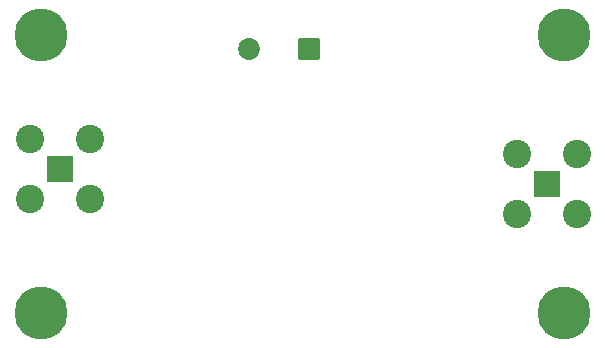
<source format=gbr>
%TF.GenerationSoftware,KiCad,Pcbnew,7.0.5*%
%TF.CreationDate,2023-11-04T20:08:50-04:00*%
%TF.ProjectId,LNA,4c4e412e-6b69-4636-9164-5f7063625858,rev?*%
%TF.SameCoordinates,Original*%
%TF.FileFunction,Soldermask,Bot*%
%TF.FilePolarity,Negative*%
%FSLAX46Y46*%
G04 Gerber Fmt 4.6, Leading zero omitted, Abs format (unit mm)*
G04 Created by KiCad (PCBNEW 7.0.5) date 2023-11-04 20:08:50*
%MOMM*%
%LPD*%
G01*
G04 APERTURE LIST*
G04 Aperture macros list*
%AMRoundRect*
0 Rectangle with rounded corners*
0 $1 Rounding radius*
0 $2 $3 $4 $5 $6 $7 $8 $9 X,Y pos of 4 corners*
0 Add a 4 corners polygon primitive as box body*
4,1,4,$2,$3,$4,$5,$6,$7,$8,$9,$2,$3,0*
0 Add four circle primitives for the rounded corners*
1,1,$1+$1,$2,$3*
1,1,$1+$1,$4,$5*
1,1,$1+$1,$6,$7*
1,1,$1+$1,$8,$9*
0 Add four rect primitives between the rounded corners*
20,1,$1+$1,$2,$3,$4,$5,0*
20,1,$1+$1,$4,$5,$6,$7,0*
20,1,$1+$1,$6,$7,$8,$9,0*
20,1,$1+$1,$8,$9,$2,$3,0*%
G04 Aperture macros list end*
%ADD10R,2.250000X2.250000*%
%ADD11C,2.400000*%
%ADD12C,4.500000*%
%ADD13RoundRect,0.102000X-0.825000X-0.825000X0.825000X-0.825000X0.825000X0.825000X-0.825000X0.825000X0*%
%ADD14C,1.854000*%
G04 APERTURE END LIST*
D10*
%TO.C,J2*%
X151355000Y-118710000D03*
D11*
X153895000Y-121250000D03*
X153895000Y-116170000D03*
X148815000Y-116170000D03*
X148815000Y-121250000D03*
%TD*%
D12*
%TO.C,*%
X149770000Y-130930000D03*
%TD*%
D13*
%TO.C,J1*%
X172420000Y-108600000D03*
D14*
X167420000Y-108600000D03*
%TD*%
D12*
%TO.C,*%
X194020000Y-130930000D03*
%TD*%
%TO.C,*%
X149770000Y-107350000D03*
%TD*%
D10*
%TO.C,J3*%
X192575000Y-120000000D03*
D11*
X190035000Y-117460000D03*
X190035000Y-122540000D03*
X195115000Y-122540000D03*
X195115000Y-117460000D03*
%TD*%
D12*
%TO.C,*%
X194020000Y-107350000D03*
%TD*%
M02*

</source>
